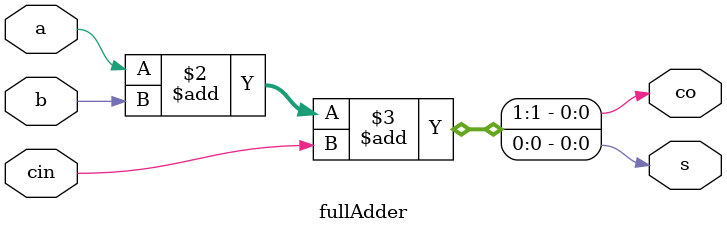
<source format=v>
`timescale 1ns / 1ps
module fullAdder(
    input a,
    input b,
    input cin,
    output reg s,
    output reg co
    );
	 always@(*)
	 begin
	 {co,s}=a+b+cin;
	 end
endmodule

</source>
